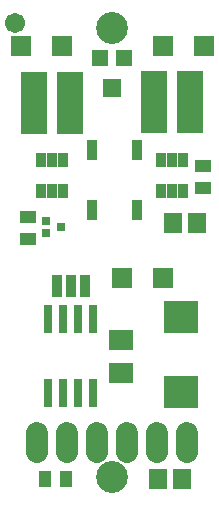
<source format=gts>
G75*
G70*
%OFA0B0*%
%FSLAX24Y24*%
%IPPOS*%
%LPD*%
%AMOC8*
5,1,8,0,0,1.08239X$1,22.5*
%
%ADD10R,0.0277X0.0946*%
%ADD11R,0.0592X0.0710*%
%ADD12R,0.0671X0.0671*%
%ADD13R,0.0789X0.0710*%
%ADD14R,0.0552X0.0395*%
%ADD15R,0.0395X0.0552*%
%ADD16C,0.0720*%
%ADD17R,0.1143X0.1084*%
%ADD18R,0.0380X0.0680*%
%ADD19R,0.0352X0.0470*%
%ADD20R,0.0356X0.0749*%
%ADD21C,0.1064*%
%ADD22C,0.0671*%
%ADD23R,0.0316X0.0277*%
%ADD24R,0.0880X0.2080*%
%ADD25R,0.0592X0.0592*%
%ADD26R,0.0552X0.0572*%
D10*
X001942Y003956D03*
X002442Y003956D03*
X002942Y003956D03*
X003442Y003956D03*
X003442Y006439D03*
X002946Y006439D03*
X002446Y006439D03*
X001946Y006439D03*
D11*
X005598Y001077D03*
X006386Y001077D03*
X006098Y009617D03*
X006886Y009617D03*
D12*
X005781Y007797D03*
X004403Y007797D03*
X005763Y015517D03*
X007141Y015517D03*
X002401Y015537D03*
X001023Y015537D03*
D13*
X004352Y005729D03*
X004352Y004626D03*
D14*
X007112Y010803D03*
X007112Y011512D03*
X001252Y009812D03*
X001252Y009103D03*
D15*
X001837Y001077D03*
X002546Y001077D03*
D16*
X001552Y001977D02*
X001552Y002617D01*
X002552Y002617D02*
X002552Y001977D01*
X003552Y001977D02*
X003552Y002617D01*
X004552Y002617D02*
X004552Y001977D01*
X005552Y001977D02*
X005552Y002617D01*
X006552Y002617D02*
X006552Y001977D01*
D17*
X006352Y003989D03*
X006352Y006486D03*
D18*
X004891Y010051D03*
X004891Y012051D03*
X003391Y012051D03*
X003391Y010051D03*
D19*
X002446Y010706D03*
X002072Y010706D03*
X001698Y010706D03*
X001698Y011729D03*
X002072Y011729D03*
X002446Y011729D03*
X005698Y011709D03*
X006072Y011709D03*
X006446Y011709D03*
X006446Y010686D03*
X006072Y010686D03*
X005698Y010686D03*
D20*
X003164Y007517D03*
X002692Y007517D03*
X002219Y007517D03*
D21*
X004072Y001157D03*
X004072Y016118D03*
D22*
X000843Y016275D03*
D23*
X001856Y009694D03*
X001856Y009301D03*
X002368Y009497D03*
D24*
X002681Y013617D03*
X001463Y013617D03*
X005463Y013657D03*
X006681Y013657D03*
D25*
X004072Y014126D03*
D26*
X004466Y015120D03*
X003678Y015120D03*
M02*

</source>
